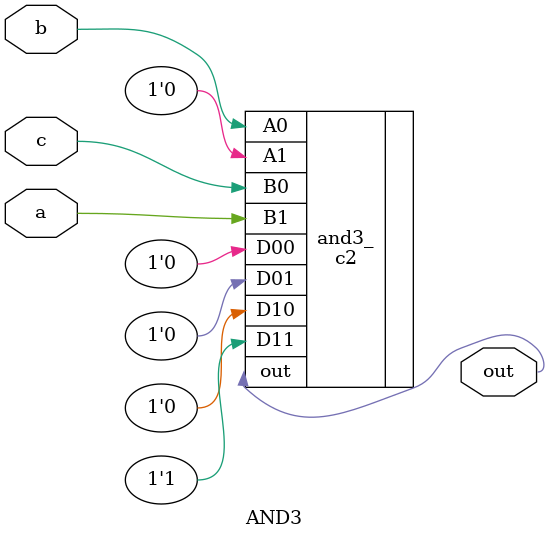
<source format=v>
module AND3 
(
    input a,
    input b,
    input c,
    output out
);
    c2 and3_
    (
        .D00(1'b0),
        .D01(1'b0),
        .D10(1'b0),
        .D11(1'b1),
        .A1(1'b0),
        .B1(a),
        .A0(b),
        .B0(c),
        .out(out)
    );
    
endmodule
</source>
